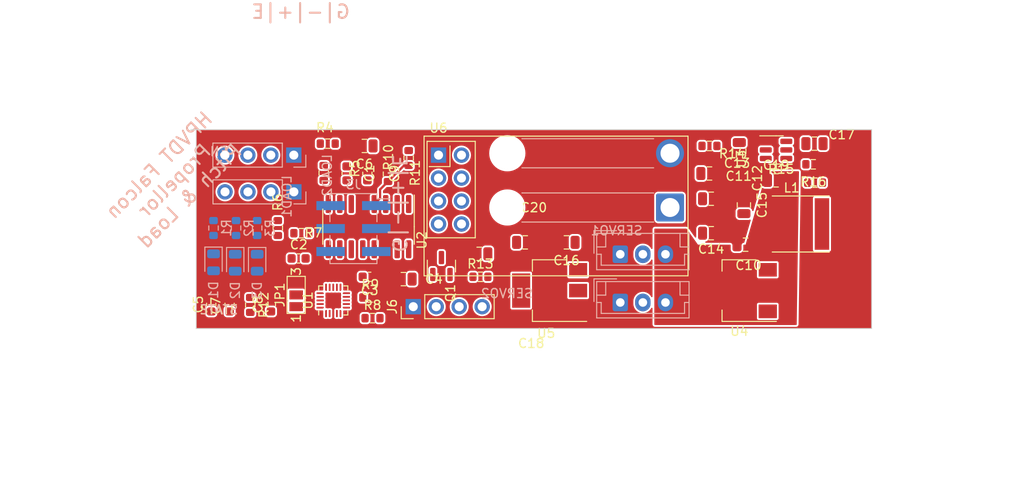
<source format=kicad_pcb>
(kicad_pcb (version 20221018) (generator pcbnew)
  (title_block (title "Propellor Pitch and Monitor") (date "2023-06-28") (rev "1") (company "HPVDT"))
  (layers (0 "F.Cu" signal) (31 "B.Cu" signal) (34 "B.Paste" user) (35 "F.Paste" user) (36 "B.SilkS" user "B.Silkscreen") (37 "F.SilkS" user "F.Silkscreen") (38 "B.Mask" user) (39 "F.Mask" user) (44 "Edge.Cuts" user))
  (net 0 "")
  (net 1 "+BATT")
  (net 2 "GND")
  (net 3 "+5V")
  (net 4 "/BATT_{SCALED}")
  (net 5 "/~{RESET}")
  (net 6 "/INB-")
  (net 7 "/INB+")
  (net 8 "/INA-")
  (net 9 "/INA+")
  (net 10 "/SW")
  (net 11 "/BST")
  (net 12 "/VFB")
  (net 13 "+3.3VA")
  (net 14 "Net-(D1-K)")
  (net 15 "/LED_{1}")
  (net 16 "Net-(D2-K)")
  (net 17 "/LED_{2}")
  (net 18 "Net-(D3-K)")
  (net 19 "/LED_{3}")
  (net 20 "/MISO")
  (net 21 "/SCK")
  (net 22 "/MOSI")
  (net 23 "/S-_{LC1}")
  (net 24 "/S+_{LC1}")
  (net 25 "/S-_{LC2}")
  (net 26 "/S+_{LC2}")
  (net 27 "/SERVO_{1}")
  (net 28 "/SERVO_{2}")
  (net 29 "/BASE")
  (net 30 "/FB_{VA}")
  (net 31 "/EN")
  (net 32 "+3V3")
  (net 33 "/~{CS}_{nRF}")
  (net 34 "/DOUT_{AMP}")
  (net 35 "/SCK_{AMP}")
  (net 36 "/CE_{nRF}")
  (net 37 "/INT_{nRF}")
  (net 38 "Net-(U2-VBG)")
  (net 42 "/ADDRESS")
  (net 44 "/RX")
  (net 45 "/TX")
  (footprint "Capacitor_SMD:C_0805_2012Metric" (layer "F.Cu") (at 141.412 111.506)
    (fp_text reference "C10" (at 0.32 2.286) (layer "F.SilkS"))
    (fp_text value "22uF")
    (fp_line (start -0.261252 -0.735) (end 0.261252 -0.735) (stroke (width 0.12)) (layer "F.SilkS"))
    (fp_line (start -0.261252 0.735) (end 0.261252 0.735) (stroke (width 0.12)) (layer "F.SilkS"))
    (pad "1" smd roundrect (at -0.95 0) (size 1 1.45) (layers "F.Cu" "F.Paste" "F.Mask") (net 2 "GND"))
    (pad "2" smd roundrect (at 0.95 0) (size 1 1.45) (layers "F.Cu" "F.Paste" "F.Mask") (net 3 "+5V"))
  )
  (footprint "Capacitor_SMD:C_0805_2012Metric" (layer "F.Cu") (at 137.602 106.426 180)
    (fp_text reference "C11" (at -3.05 2.5) (layer "F.SilkS"))
    (fp_text value "22uF")
    (fp_line (start -0.261252 -0.735) (end 0.261252 -0.735) (stroke (width 0.12)) (layer "F.SilkS"))
    (fp_line (start -0.261252 0.735) (end 0.261252 0.735) (stroke (width 0.12)) (layer "F.SilkS"))
    (pad "1" smd roundrect (at -0.95 0 180) (size 1 1.45) (layers "F.Cu" "F.Paste" "F.Mask") (net 2 "GND"))
    (pad "2" smd roundrect (at 0.95 0 180) (size 1 1.45) (layers "F.Cu" "F.Paste" "F.Mask") (net 1 "+BATT"))
  )
  (footprint "Capacitor_SMD:C_0805_2012Metric" (layer "F.Cu") (at 140.716 101.158 90)
    (fp_text reference "C12" (at -3 2 90) (layer "F.SilkS"))
    (fp_text value "22uF")
    (fp_line (start -0.261252 -0.735) (end 0.261252 -0.735) (stroke (width 0.12)) (layer "F.SilkS"))
    (fp_line (start -0.261252 0.735) (end 0.261252 0.735) (stroke (width 0.12)) (layer "F.SilkS"))
    (pad "1" smd roundrect (at -0.95 0 90) (size 1 1.45) (layers "F.Cu" "F.Paste" "F.Mask") (net 2 "GND"))
    (pad "2" smd roundrect (at 0.95 0 90) (size 1 1.45) (layers "F.Cu" "F.Paste" "F.Mask") (net 3 "+5V"))
  )
  (footprint "Capacitor_SMD:C_0603_1608Metric" (layer "F.Cu") (at 84.328 118.123 90)
    (fp_text reference "C7" (at -0.14058 -1.522 90) (layer "F.SilkS"))
    (fp_text value "10n")
    (fp_line (start -0.14058 -0.51) (end 0.14058 -0.51) (stroke (width 0.12)) (layer "F.SilkS"))
    (fp_line (start -0.14058 0.51) (end 0.14058 0.51) (stroke (width 0.12)) (layer "F.SilkS"))
    (pad "1" smd roundrect (at -0.775 0 90) (size 0.9 0.95) (layers "F.Cu" "F.Paste" "F.Mask") (net 3 "+5V"))
    (pad "2" smd roundrect (at 0.775 0 90) (size 0.9 0.95) (layers "F.Cu" "F.Paste" "F.Mask") (net 2 "GND"))
  )
  (footprint "Resistor_SMD:R_0603_1608Metric" (layer "F.Cu") (at 104.14 101.917 -90)
    (fp_text reference "R10" (at -0.075 2.242 -270) (layer "F.SilkS"))
    (fp_text value "20k")
    (fp_line (start -0.237258 -0.5225) (end 0.237258 -0.5225) (stroke (width 0.12)) (layer "F.SilkS"))
    (fp_line (start -0.237258 0.5225) (end 0.237258 0.5225) (stroke (width 0.12)) (layer "F.SilkS"))
    (pad "1" smd roundrect (at -0.825 0 270) (size 0.8 0.95) (layers "F.Cu" "F.Paste" "F.Mask") (net 13 "+3.3VA"))
    (pad "2" smd roundrect (at 0.825 0 270) (size 0.8 0.95) (layers "F.Cu" "F.Paste" "F.Mask") (net 30 "/FB_{VA}"))
  )
  (footprint "Capacitor_SMD:C_0805_2012Metric" (layer "F.Cu") (at 137.414 103.632 180)
    (fp_text reference "C13" (at -3.05 1.146) (layer "F.SilkS"))
    (fp_text value "22uF")
    (fp_line (start -0.261252 -0.735) (end 0.261252 -0.735) (stroke (width 0.12)) (layer "F.SilkS"))
    (fp_line (start -0.261252 0.735) (end 0.261252 0.735) (stroke (width 0.12)) (layer "F.SilkS"))
    (pad "1" smd roundrect (at -0.95 0 180) (size 1 1.45) (layers "F.Cu" "F.Paste" "F.Mask") (net 2 "GND"))
    (pad "2" smd roundrect (at 0.95 0 180) (size 1 1.45) (layers "F.Cu" "F.Paste" "F.Mask") (net 1 "+BATT"))
  )
  (footprint "Capacitor_SMD:C_0805_2012Metric" (layer "F.Cu") (at 117.028 111.252 180)
    (fp_text reference "C20" (at -0.9675 3.845749) (layer "F.SilkS"))
    (fp_text value "22uF")
    (fp_line (start -0.261252 -0.735) (end 0.261252 -0.735) (stroke (width 0.12)) (layer "F.SilkS"))
    (fp_line (start -0.261252 0.735) (end 0.261252 0.735) (stroke (width 0.12)) (layer "F.SilkS"))
    (pad "1" smd roundrect (at -0.95 0 180) (size 1 1.45) (layers "F.Cu" "F.Paste" "F.Mask") (net 2 "GND"))
    (pad "2" smd roundrect (at 0.95 0 180) (size 1 1.45) (layers "F.Cu" "F.Paste" "F.Mask") (net 32 "+3V3"))
  )
  (footprint "Resistor_SMD:R_0603_1608Metric" (layer "F.Cu") (at 92.265 110.236)
    (fp_text reference "R7" (at 1.334 -0.04) (layer "F.SilkS"))
    (fp_text value "100")
    (fp_line (start -0.237258 -0.5225) (end 0.237258 -0.5225) (stroke (width 0.12)) (layer "F.SilkS"))
    (fp_line (start -0.237258 0.5225) (end 0.237258 0.5225) (stroke (width 0.12)) (layer "F.SilkS"))
    (pad "1" smd roundrect (at -0.825 0) (size 0.8 0.95) (layers "F.Cu" "F.Paste" "F.Mask") (net 25 "/S-_{LC2}"))
    (pad "2" smd roundrect (at 0.825 0) (size 0.8 0.95) (layers "F.Cu" "F.Paste" "F.Mask") (net 6 "/INB-"))
  )
  (footprint "Capacitor_SMD:C_0805_2012Metric" (layer "F.Cu") (at 103.566 115.316)
    (fp_text reference "C4" (at 3.365 0) (layer "F.SilkS"))
    (fp_text value "10u")
    (fp_line (start -0.261252 -0.735) (end 0.261252 -0.735) (stroke (width 0.12)) (layer "F.SilkS"))
    (fp_line (start -0.261252 0.735) (end 0.261252 0.735) (stroke (width 0.12)) (layer "F.SilkS"))
    (pad "1" smd roundrect (at -0.95 0) (size 1 1.45) (layers "F.Cu" "F.Paste" "F.Mask") (net 2 "GND"))
    (pad "2" smd roundrect (at 0.95 0) (size 1 1.45) (layers "F.Cu" "F.Paste" "F.Mask") (net 3 "+5V"))
  )
  (footprint "Jumper:SolderJumper-3_P1.3mm_Open_Pad1.0x1.5mm_NumberLabels" (layer "F.Cu") (at 91.694 117.064 90)
    (fp_text reference "JP1" (at 0 -1.8 90) (layer "F.SilkS"))
    (fp_text value "ADDRESS")
    (fp_text user "1" (at -2.6 0 90) (layer "F.SilkS"))
    (fp_text user "3" (at 2.6 0 90) (layer "F.SilkS"))
    (fp_line (start -2.05 -1) (end 2.05 -1) (stroke (width 0.12)) (layer "F.SilkS"))
    (fp_line (start -2.05 1) (end -2.05 -1) (stroke (width 0.12)) (layer "F.SilkS"))
    (fp_line (start 2.05 -1) (end 2.05 1) (stroke (width 0.12)) (layer "F.SilkS"))
    (fp_line (start 2.05 1) (end -2.05 1) (stroke (width 0.12)) (layer "F.SilkS"))
    (pad "1" smd rect (at -1.3 0 90) (size 1 1.5) (layers "F.Cu" "F.Mask") (net 3 "+5V"))
    (pad "2" smd rect (at 0 0 90) (size 1 1.5) (layers "F.Cu" "F.Mask") (net 42 "/ADDRESS"))
    (pad "3" smd rect (at 1.3 0 90) (size 1 1.5) (layers "F.Cu" "F.Mask") (net 2 "GND"))
  )
  (footprint "Capacitor_SMD:C_0805_2012Metric" (layer "F.Cu") (at 137.602 110.236 180)
    (fp_text reference "C14" (at 0 -1.75) (layer "F.SilkS"))
    (fp_text value "22uF")
    (fp_line (start -0.261252 -0.735) (end 0.261252 -0.735) (stroke (width 0.12)) (layer "F.SilkS"))
    (fp_line (start -0.261252 0.735) (end 0.261252 0.735) (stroke (width 0.12)) (layer "F.SilkS"))
    (pad "1" smd roundrect (at -0.95 0 180) (size 1 1.45) (layers "F.Cu" "F.Paste" "F.Mask") (net 2 "GND"))
    (pad "2" smd roundrect (at 0.95 0 180) (size 1 1.45) (layers "F.Cu" "F.Paste" "F.Mask") (net 1 "+BATT"))
  )
  (footprint "Resistor_SMD:R_0603_1608Metric" (layer "F.Cu") (at 137.414 100.584 180)
    (fp_text reference "R14" (at -2.5 -0.854) (layer "F.SilkS"))
    (fp_text value "10k")
    (fp_line (start -0.237258 -0.5225) (end 0.237258 -0.5225) (stroke (width 0.12)) (layer "F.SilkS"))
    (fp_line (start -0.237258 0.5225) (end 0.237258 0.5225) (stroke (width 0.12)) (layer "F.SilkS"))
    (pad "1" smd roundrect (at -0.825 0 180) (size 0.8 0.95) (layers "F.Cu" "F.Paste" "F.Mask") (net 31 "/EN"))
    (pad "2" smd roundrect (at 0.825 0 180) (size 0.8 0.95) (layers "F.Cu" "F.Paste" "F.Mask") (net 1 "+BATT"))
  )
  (footprint "Capacitor_SMD:C_0805_2012Metric" (layer "F.Cu") (at 149.032 100.33)
    (fp_text reference "C17" (at 3 -1) (layer "F.SilkS"))
    (fp_text value "100n")
    (fp_line (start -0.261252 -0.735) (end 0.261252 -0.735) (stroke (width 0.12)) (layer "F.SilkS"))
    (fp_line (start -0.261252 0.735) (end 0.261252 0.735) (stroke (width 0.12)) (layer "F.SilkS"))
    (pad "1" smd roundrect (at -0.95 0) (size 1 1.45) (layers "F.Cu" "F.Paste" "F.Mask") (net 10 "/SW"))
    (pad "2" smd roundrect (at 0.95 0) (size 1 1.45) (layers "F.Cu" "F.Paste" "F.Mask") (net 11 "/BST"))
  )
  (footprint "Resistor_SMD:R_0603_1608Metric" (layer "F.Cu") (at 89.662 109.665 -90)
    (fp_text reference "R6" (at -2.857 0 90) (layer "F.SilkS"))
    (fp_text value "100")
    (fp_line (start -0.237258 -0.5225) (end 0.237258 -0.5225) (stroke (width 0.12)) (layer "F.SilkS"))
    (fp_line (start -0.237258 0.5225) (end 0.237258 0.5225) (stroke (width 0.12)) (layer "F.SilkS"))
    (pad "1" smd roundrect (at -0.825 0 270) (size 0.8 0.95) (layers "F.Cu" "F.Paste" "F.Mask") (net 26 "/S+_{LC2}"))
    (pad "2" smd roundrect (at 0.825 0 270) (size 0.8 0.95) (layers "F.Cu" "F.Paste" "F.Mask") (net 7 "/INB+"))
  )
  (footprint "Capacitor_SMD:C_0805_2012Metric" (layer "F.Cu") (at 121.6 111.252)
    (fp_text reference "C16" (at 0 2) (layer "F.SilkS"))
    (fp_text value "10u")
    (fp_line (start -0.261252 -0.735) (end 0.261252 -0.735) (stroke (width 0.12)) (layer "F.SilkS"))
    (fp_line (start -0.261252 0.735) (end 0.261252 0.735) (stroke (width 0.12)) (layer "F.SilkS"))
    (pad "1" smd roundrect (at -0.95 0) (size 1 1.45) (layers "F.Cu" "F.Paste" "F.Mask") (net 2 "GND"))
    (pad "2" smd roundrect (at 0.95 0) (size 1 1.45) (layers "F.Cu" "F.Paste" "F.Mask") (net 3 "+5V"))
  )
  (footprint "Package_TO_SOT_SMD:SOT-23" (layer "F.Cu") (at 107.762 113.8705 90)
    (fp_text reference "Q1" (at -3 1 90) (layer "F.SilkS"))
    (fp_text value "MMSS8550")
    (fp_line (start 0 -1.56) (end -1.675 -1.56) (stroke (width 0.12)) (layer "F.SilkS"))
    (fp_line (start 0 -1.56) (end 0.65 -1.56) (stroke (width 0.12)) (layer "F.SilkS"))
    (fp_line (start 0 1.56) (end -0.65 1.56) (stroke (width 0.12)) (layer "F.SilkS"))
    (fp_line (start 0 1.56) (end 0.65 1.56) (stroke (width 0.12)) (layer "F.SilkS"))
    (pad "1" smd roundrect (at -0.9375 -0.95 90) (size 1.475 0.6) (layers "F.Cu" "F.Paste" "F.Mask") (net 29 "/BASE"))
    (pad "2" smd roundrect (at -0.9375 0.95 90) (size 1.475 0.6) (layers "F.Cu" "F.Paste" "F.Mask") (net 3 "+5V"))
    (pad "3" smd roundrect (at 0.9375 0 90) (size 1.475 0.6) (layers "F.Cu" "F.Paste" "F.Mask") (net 13 "+3.3VA"))
  )
  (footprint "Resistor_SMD:R_0603_1608Metric" (layer "F.Cu") (at 100.139 119.634)
    (fp_text reference "R8" (at 0 -1.43) (layer "F.SilkS"))
    (fp_text value "15k")
    (fp_line (start -0.237258 -0.5225) (end 0.237258 -0.5225) (stroke (width 0.12)) (layer "F.SilkS"))
    (fp_line (start -0.237258 0.5225) (end 0.237258 0.5225) (stroke (width 0.12)) (layer "F.SilkS"))
    (pad "1" smd roundrect (at -0.825 0) (size 0.8 0.95) (layers "F.Cu" "F.Paste" "F.Mask") (net 1 "+BATT"))
    (pad "2" smd roundrect (at 0.825 0) (size 0.8 0.95) (layers "F.Cu" "F.Paste" "F.Mask") (net 4 "/BATT_{SCALED}"))
  )
  (footprint "Capacitor_SMD:C_0805_2012Metric" (layer "F.Cu") (at 111.948 112.522)
    (fp_text reference "C18" (at 5.749749 9.906) (layer "F.SilkS"))
    (fp_text value "10u")
    (fp_line (start -0.261252 -0.735) (end 0.261252 -0.735) (stroke (width 0.12)) (layer "F.SilkS"))
    (fp_line (start -0.261252 0.735) (end 0.261252 0.735) (stroke (width 0.12)) (layer "F.SilkS"))
    (pad "1" smd roundrect (at -0.95 0) (size 1 1.45) (layers "F.Cu" "F.Paste" "F.Mask") (net 2 "GND"))
    (pad "2" smd roundrect (at 0.95 0) (size 1 1.45) (layers "F.Cu" "F.Paste" "F.Mask") (net 32 "+3V3"))
  )
  (footprint "Resistor_SMD:R_0603_1608Metric" (layer "F.Cu") (at 101.854 103.695 90)
    (fp_text reference "R11" (at 0.115749 3 90) (layer "F.SilkS"))
    (fp_text value "8.2k")
    (fp_line (start -0.237258 -0.5225) (end 0.237258 -0.5225) (stroke (width 0.12)) (layer "F.SilkS"))
    (fp_line (start -0.237258 0.5225) (end 0.237258 0.5225) (stroke (width 0.12)) (layer "F.SilkS"))
    (pad "1" smd roundrect (at -0.825 0 90) (size 0.8 0.95) (layers "F.Cu" "F.Paste" "F.Mask") (net 30 "/FB_{VA}"))
    (pad "2" smd roundrect (at 0.825 0 90) (size 0.8 0.95) (layers "F.Cu" "F.Paste" "F.Mask") (net 2 "GND"))
  )
  (footprint "Package_TO_SOT_SMD:SOT-223-3_TabPin2" (layer "F.Cu") (at 140.716 116.586 180)
    (fp_text reference "U4" (at 0 -4.5) (layer "F.SilkS"))
    (fp_text value "AZ1117-5.0")
    (fp_line (start -4.1 -3.41) (end 1.91 -3.41) (stroke (width 0.12)) (layer "F.SilkS"))
    (fp_line (start -1.85 3.41) (end 1.91 3.41) (stroke (width 0.12)) (layer "F.SilkS"))
    (fp_line (start 1.91 -3.41) (end 1.91 -2.15) (stroke (width 0.12)) (layer "F.SilkS"))
    (fp_line (start 1.91 3.41) (end 1.91 2.15) (stroke (width 0.12)) (layer "F.SilkS"))
    (pad "1" smd rect (at -3.15 -2.3 180) (size 2 1.5) (layers "F.Cu" "F.Paste" "F.Mask") (net 2 "GND"))
    (pad "2" smd rect (at -3.15 0 180) (size 2 1.5) (layers "F.Cu" "F.Paste" "F.Mask") (net 3 "+5V"))
    (pad "2" smd rect (at 3.15 0 180) (size 2 3.8) (layers "F.Cu" "F.Paste" "F.Mask") (net 3 "+5V"))
    (pad "3" smd rect (at -3.15 2.3 180) (size 2 1.5) (layers "F.Cu" "F.Paste" "F.Mask") (net 1 "+BATT"))
  )
  (footprint "Package_TO_SOT_SMD:SOT-223-3_TabPin2" (layer "F.Cu") (at 119.736 116.586 180)
    (fp_text reference "U5" (at 0.384 -4.726748) (layer "F.SilkS"))
    (fp_text value "AZ1117-3.3")
    (fp_line (start -4.1 -3.41) (end 1.91 -3.41) (stroke (width 0.12)) (layer "F.SilkS"))
    (fp_line (start -1.85 3.41) (end 1.91 3.41) (stroke (width 0.12)) (layer "F.SilkS"))
    (fp_line (start 1.91 -3.41) (end 1.91 -2.15) (stroke (width 0.12)) (layer "F.SilkS"))
    (fp_line (start 1.91 3.41) (end 1.91 2.15) (stroke (width 0.12)) (layer "F.SilkS"))
    (pad "1" smd rect (at -3.15 -2.3 180) (size 2 1.5) (layers "F.Cu" "F.Paste" "F.Mask") (net 2 "GND"))
    (pad "2" smd rect (at -3.15 0 180) (size 2 1.5) (layers "F.Cu" "F.Paste" "F.Mask") (net 32 "+3V3"))
    (pad "2" smd rect (at 3.15 0 180) (size 2 3.8) (layers "F.Cu" "F.Paste" "F.Mask") (net 32 "+3V3"))
    (pad "3" smd rect (at -3.15 2.3 180) (size 2 1.5) (layers "F.Cu" "F.Paste" "F.Mask") (net 3 "+5V"))
  )
  (footprint "Connector_PinHeader_2.54mm:PinHeader_1x04_P2.54mm_Vertical" (layer "F.Cu") (at 104.648 118.364 90)
    (fp_text reference "J6" (at 0 -2.33 90) (layer "F.SilkS"))
    (fp_text value "SERIAL")
    (fp_line (start -1.33 -1.33) (end 0 -1.33) (stroke (width 0.12)) (layer "F.SilkS"))
    (fp_line (start -1.33 0) (end -1.33 -1.33) (stroke (width 0.12)) (layer "F.SilkS"))
    (fp_line (start -1.33 1.27) (end -1.33 8.95) (stroke (width 0.12)) (layer "F.SilkS"))
    (fp_line (start -1.33 1.27) (end 1.33 1.27) (stroke (width 0.12)) (layer "F.SilkS"))
    (fp_line (start -1.33 8.95) (end 1.33 8.95) (stroke (width 0.12)) (layer "F.SilkS"))
    (fp_line (start 1.33 1.27) (end 1.33 8.95) (stroke (width 0.12)) (layer "F.SilkS"))
    (pad "1" thru_hole rect (at 0 0 90) (size 1.7 1.7) (drill 1) (layers "*.Cu" "*.Mask") (net 2 "GND"))
    (pad "2" thru_hole oval (at 0 2.54 90) (size 1.7 1.7) (drill 1) (layers "*.Cu" "*.Mask") (net 44 "/RX"))
    (pad "3" thru_hole oval (at 0 5.08 90) (size 1.7 1.7) (drill 1) (layers "*.Cu" "*.Mask") (net 45 "/TX"))
    (pad "4" thru_hole oval (at 0 7.62 90) (size 1.7 1.7) (drill 1) (layers "*.Cu" "*.Mask") (net 3 "+5V"))
  )
  (footprint "Resistor_SMD:R_0603_1608Metric" (layer "F.Cu") (at 99.885 117.348)
    (fp_text reference "R9" (at 0 -1.43) (layer "F.SilkS"))
    (fp_text value "10k")
    (fp_line (start -0.237258 -0.5225) (end 0.237258 -0.5225) (stroke (width 0.12)) (layer "F.SilkS"))
    (fp_line (start -0.237258 0.5225) (end 0.237258 0.5225) (stroke (width 0.12)) (layer "F.SilkS"))
    (pad "1" smd roundrect (at -0.825 0) (size 0.8 0.95) (layers "F.Cu" "F.Paste" "F.Mask") (net 4 "/BATT_{SCALED}"))
    (pad "2" smd roundrect (at 0.825 0) (size 0.8 0.95) (layers "F.Cu" "F.Paste" "F.Mask") (net 2 "GND"))
  )
  (footprint "Capacitor_SMD:C_0603_1608Metric" (layer "F.Cu") (at 97.282 103.619 90)
    (fp_text reference "C1" (at 0 2.54 90) (layer "F.SilkS"))
    (fp_text value "100n")
    (fp_line (start -0.14058 -0.51) (end 0.14058 -0.51) (stroke (width 0.12)) (layer "F.SilkS"))
    (fp_line (start -0.14058 0.51) (end 0.14058 0.51) (stroke (width 0.12)) (layer "F.SilkS"))
    (pad "1" smd roundrect (at -0.775 0 90) (size 0.9 0.95) (layers "F.Cu" "F.Paste" "F.Mask") (net 8 "/INA-"))
    (pad "2" smd roundrect (at 0.775 0 90) (size 0.9 0.95) (layers "F.Cu" "F.Paste" "F.Mask") (net 9 "/INA+"))
  )
  (footprint "Capacitor_SMD:C_0603_1608Metric" (layer "F.Cu") (at 91.961 113.03 180)
    (fp_text reference "C2" (at -0.013 1.524) (layer "F.SilkS"))
    (fp_text value "100n")
    (fp_line (start -0.14058 -0.51) (end 0.14058 -0.51) (stroke (width 0.12)) (layer "F.SilkS"))
    (fp_line (start -0.14058 0.51) (end 0.14058 0.51) (stroke (width 0.12)) (layer "F.SilkS"))
    (pad "1" smd roundrect (at -0.775 0 180) (size 0.9 0.95) (layers "F.Cu" "F.Paste" "F.Mask") (net 6 "/INB-"))
    (pad "2" smd roundrect (at 0.775 0 180) (size 0.9 0.95) (layers "F.Cu" "F.Paste" "F.Mask") (net 7 "/INB+"))
  )
  (footprint "Resistor_SMD:R_0603_1608Metric" (layer "F.Cu") (at 95.187 100.33)
    (fp_text reference "R4" (at -0.317 -1.778) (layer "F.SilkS"))
    (fp_text value "100")
    (fp_line (start -0.237258 -0.5225) (end 0.237258 -0.5225) (stroke (width 0.12)) (layer "F.SilkS"))
    (fp_line (start -0.237258 0.5225) (end 0.237258 0.5225) (stroke (width 0.12)) (layer "F.SilkS"))
    (pad "1" smd roundrect (at -0.825 0) (size 0.8 0.95) (layers "F.Cu" "F.Paste" "F.Mask") (net 24 "/S+_{LC1}"))
    (pad "2" smd roundrect (at 0.825 0) (size 0.8 0.95) (layers "F.Cu" "F.Paste" "F.Mask") (net 9 "/INA+"))
  )
  (footprint "Capacitor_SMD:C_0805_2012Metric" (layer "F.Cu") (at 99.248 100.584)
    (fp_text reference "C6" (at 0 2) (layer "F.SilkS"))
    (fp_text value "10u")
    (fp_line (start -0.261252 -0.735) (end 0.261252 -0.735) (stroke (width 0.12)) (layer "F.SilkS"))
    (fp_line (start -0.261252 0.735) (end 0.261252 0.735) (stroke (width 0.12)) (layer "F.SilkS"))
    (pad "1" smd roundrect (at -0.95 0) (size 1 1.45) (layers "F.Cu" "F.Paste" "F.Mask") (net 2 "GND"))
    (pad "2" smd roundrect (at 0.95 0) (size 1 1.45) (layers "F.Cu" "F.Paste" "F.Mask") (net 13 "+3.3VA"))
  )
  (footprint "Capacitor_SMD:C_0603_1608Metric" (layer "F.Cu") (at 82.296 118.123 90)
    (fp_text reference "C5" (at 0 -1.43 90) (layer "F.SilkS"))
    (fp_text value "100n")
    (fp_line (start -0.14058 -0.51) (end 0.14058 -0.51) (stroke (width 0.12)) (layer "F.SilkS"))
    (fp_line (start -0.14058 0.51) (end 0.14058 0.51) (stroke (width 0.12)) (layer "F.SilkS"))
    (pad "1" smd roundrect (at -0.775 0 90) (size 0.9 0.95) (layers "F.Cu" "F.Paste" "F.Mask") (net 3 "+5V"))
    (pad "2" smd roundrect (at 0.775 0 90) (size 0.9 0.95) (layers "F.Cu" "F.Paste" "F.Mask") (net 2 "GND"))
  )
  (footprint "Resistor_SMD:R_0603_1608Metric" (layer "F.Cu") (at 112.077 115.062)
    (fp_text reference "R13" (at 0 -1.43) (layer "F.SilkS"))
    (fp_text value "10k")
    (fp_line (start -0.237258 -0.5225) (end 0.237258 -0.5225) (stroke (width 0.12)) (layer "F.SilkS"))
    (fp_line (start -0.237258 0.5225) (end 0.237258 0.5225) (stroke (width 0.12)) (layer "F.SilkS"))
    (pad "1" smd roundrect (at -0.825 0) (size 0.8 0.95) (layers "F.Cu" "F.Paste" "F.Mask") (net 3 "+5V"))
    (pad "2" smd roundrect (at 0.825 0) (size 0.8 0.95) (layers "F.Cu" "F.Paste" "F.Mask") (net 33 "/~{CS}_{nRF}"))
  )
  (footprint "Package_TO_SOT_SMD:TSOT-23-6" (layer "F.Cu") (at 144.78 101.026)
    (fp_text reference "U3" (at -3.837252 0.992 -90) (layer "F.SilkS"))
    (fp_text value "TPS563208DDCR")
    (fp_line (start 0 -1.56) (end -1.8 -1.56) (stroke (width 0.12)) (layer "F.SilkS"))
    (fp_line (start 0 -1.56) (end 0.8 -1.56) (stroke (width 0.12)) (layer "F.SilkS"))
    (fp_line (start 0 1.56) (end -0.8 1.56) (stroke (width 0.12)) (layer "F.SilkS"))
    (fp_line (start 0 1.56) (end 0.8 1.56) (stroke (width 0.12)) (layer "F.SilkS"))
    (pad "1" smd roundrect (at -1.1375 -0.95) (size 1.325 0.6) (layers "F.Cu" "F.Paste" "F.Mask") (net 2 "GND"))
    (pad "2" smd roundrect (at -1.1375 0) (size 1.325 0.6) (layers "F.Cu" "F.Paste" "F.Mask") (net 10 "/SW"))
    (pad "3" smd roundrect (at -1.1375 0.95) (size 1.325 0.6) (layers "F.Cu" "F.Paste" "F.Mask") (net 1 "+BATT"))
    (pad "4" smd roundrect (at 1.1375 0.95) (size 1.325 0.6) (layers "F.Cu" "F.Paste" "F.Mask") (net 12 "/VFB"))
    (pad "5" smd roundrect (at 1.1375 0) (size 1.325 0.6) (layers "F.Cu" "F.Paste" "F.Mask") (net 31 "/EN"))
    (pad "6" smd roundrect (at 1.1375 -0.95) (size 1.325 0.6) (layers "F.Cu" "F.Paste" "F.Mask") (net 11 "/BST"))
  )
  (footprint "Resistor_SMD:R_0603_1608Metric" (layer "F.Cu") (at 94.742 103.569 90)
    (fp_text reference "R5" (at 0.476 3.429 270) (layer "F.SilkS"))
    (fp_text value "100")
    (fp_line (start -0.237258 -0.5225) (end 0.237258 -0.5225) (stroke (width 0.12)) (layer "F.SilkS"))
    (fp_line (start -0.237258 0.5225) (end 0.237258 0.5225) (stroke (width 0.12)) (layer "F.SilkS"))
    (pad "1" smd roundrect (at -0.825 0 90) (size 0.8 0.95) (layers "F.Cu" "F.Paste" "F.Mask") (net 23 "/S-_{LC1}"))
    (pad "2" smd roundrect (at 0.825 0 90) (size 0.8 0.95) (layers "F.Cu" "F.Paste" "F.Mask") (net 8 "/INA-"))
  )
  (footprint "Capacitor_SMD:C_0603_1608Metric" (layer "F.Cu") (at 99.568 103.619 -90)
    (fp_text reference "C9" (at 0.025 -3 90) (layer "F.SilkS"))
    (fp_text value "100n")
    (fp_line (start -0.14058 -0.51) (end 0.14058 -0.51) (stroke (width 0.12)) (layer "F.SilkS"))
    (fp_line (start -0.14058 0.51) (end 0.14058 0.51) (stroke (width 0.12)) (layer "F.SilkS"))
    (pad "1" smd roundrect (at -0.775 0 270) (size 0.9 0.95) (layers "F.Cu" "F.Paste" "F.Mask") (net 2 "GND"))
    (pad "2" smd roundrect (at 0.775 0 270) (size 0.9 0.95) (layers "F.Cu" "F.Paste" "F.Mask") (net 38 "Net-(U2-VBG)"))
  )
  (footprint "Capacitor_SMD:C_0805_2012Metric" (layer "F.Cu") (at 141.224 107.122 -90)
    (fp_text reference "C15" (at 0 -2 90) (layer "F.SilkS"))
    (fp_text value "10u")
    (fp_line (start -0.261252 -0.735) (end 0.261252 -0.735) (stroke (width 0.12)) (layer "F.SilkS"))
    (fp_line (start -0.261252 0.735) (end 0.261252 0.735) (stroke (width 0.12)) (layer "F.SilkS"))
    (pad "1" smd roundrect (at -0.95 0 270) (size 1 1.45) (layers "F.Cu" "F.Paste" "F.Mask") (net 2 "GND"))
    (pad "2" smd roundrect (at 0.95 0 270) (size 1 1.45) (layers "F.Cu" "F.Paste" "F.Mask") (net 1 "+BATT"))
  )
  (footprint "Package_DFN_QFN:VQFN-20-1EP_3x3mm_P0.4mm_EP1.7x1.7mm" (layer "F.Cu") (at 95.796 117.676 90)
    (fp_text reference "U1" (at 0 -2.8 90) (layer "F.SilkS"))
    (fp_text value "ATtiny1616-M")
    (fp_line (start -1.61 1.61) (end -1.61 1.16) (stroke (width 0.12)) (layer "F.SilkS"))
    (fp_line (start -1.16 -1.61) (end -1.61 -1.61) (stroke (width 0.12)) (layer "F.SilkS"))
    (fp_line (start -1.16 1.61) (end -1.61 1.61) (stroke (width 0.12)) (layer "F.SilkS"))
    (fp_line (start 1.16 -1.61) (end 1.61 -1.61) (stroke (width 0.12)) (layer "F.SilkS"))
    (fp_line (start 1.16 1.61) (end 1.61 1.61) (stroke (width 0.12)) (layer "F.SilkS"))
    (fp_line (start 1.61 -1.61) (end 1.61 -1.16) (stroke (width 0.12)) (layer "F.SilkS"))
    (fp_line (start 1.61 1.61) (end 1.61 1.16) (stroke (width 0.12)) (layer "F.SilkS"))
    (pad "1" smd custom (at -1.45 -0.8 90) (size 0.143431 0.143431) (layers "F.Cu" "F.Paste" "F.Mask") (net 20 "/MISO") (options (clearance outline) (anchor circle)) (primitives (gr_poly (pts (xy 0.35 0.000711) (xy 0.35 0.05) (xy -0.35 0.05) (xy -0.35 -0.05) (xy 0.299289 -0.05)) (width 0.1) (fill yes))))
    (pad "2" smd roundrect (at -1.45 -0.4 90) (size 0.8 0.2) (layers "F.Cu" "F.Paste" "F.Mask") (net 21 "/SCK"))
    (pad "3" smd roundrect (at -1.45 0 90) (size 0.8 0.2) (layers "F.Cu" "F.Paste" "F.Mask") (net 2 "GND"))
    (pad "4" smd roundrect (at -1.45 0.4 90) (size 0.8 0.2) (layers "F.Cu" "F.Paste" "F.Mask") (net 3 "+5V"))
    (pad "5" smd custom (at -1.45 0.8 90) (size 0.143431 0.143431) (layers "F.Cu" "F.Paste" "F.Mask") (net 33 "/~{CS}_{nRF}") (options (clearance outline) (anchor circle)) (primitives (gr_poly (pts (xy 0.35 -0.000711) (xy 0.299289 0.05) (xy -0.35 0.05) (xy -0.35 -0.05) (xy 0.35 -0.05)) (width 0.1) (fill yes))))
    (pad "6" smd custom (at -0.8 1.45 90) (size 0.143431 0.143431) (layers "F.Cu" "F.Paste" "F.Mask") (net 37 "/INT_{nRF}") (options (clearance outline) (anchor circle)) (primitives (gr_poly (pts (xy 0.05 0.35) (xy -0.05 0.35) (xy -0.05 -0.299289) (xy 0.000711 -0.35) (xy 0.05 -0.35)) (width 0.1) (fill yes))))
    (pad "7" smd roundrect (at -0.4 1.45 90) (size 0.2 0.8) (layers "F.Cu" "F.Paste" "F.Mask") (net 36 "/CE_{nRF}"))
    (pad "8" smd roundrect (at 0 1.45 90) (size 0.2 0.8) (layers "F.Cu" "F.Paste" "F.Mask") (net 4 "/BATT_{SCALED}"))
    (pad "9" smd roundrect (at 0.4 1.45 90) (size 0.2 0.8) (layers "F.Cu" "F.Paste" "F.Mask") (net 19 "/LED_{3}"))
    (pad "10" smd custom (at 0.8 1.45 90) (size 0.143431 0.143431) (layers "F.Cu" "F.Paste" "F.Mask") (net 42 "/ADDRESS") (options (clearance outline) (anchor circle)) (primitives (gr_poly (pts (xy 0.05 -0.299289) (xy 0.05 0.35) (xy -0.05 0.35) (xy -0.05 -0.35) (xy -0.000711 -0.35)) (width 0.1) (fill yes))))
    (pad "11" smd custom (at 1.45 0.8 90) (size 0.143431 0.143431) (layers "F.Cu" "F.Paste" "F.Mask") (net 44 "/RX") (options (clearance outline) (anchor circle)) (primitives (gr_poly (pts (xy 0.35 0.05) (xy -0.299289 0.05) (xy -0.35 -0.000711) (xy -0.35 -0.05) (xy 0.35 -0.05)) (width 0.1) (fill yes))))
    (pad "12" smd roundrect (at 1.45 0.4 90) (size 0.8 0.2) (layers "F.Cu" "F.Paste" "F.Mask") (net 45 "/TX"))
    (pad "13" smd roundrect (at 1.45 0 90) (size 0.8 0.2) (layers "F.Cu" "F.Paste" "F.Mask") (net 17 "/LED_{2}"))
    (pad "14" smd roundrect (at 1.45 -0.4 90) (size 0.8 0.2) (layers "F.Cu" "F.Paste" "F.Mask") (net 15 "/LED_{1}"))
    (pad "15" smd custom (at 1.45 -0.8 90) (size 0.143431 0.143431) (layers "F.Cu" "F.Paste" "F.Mask") (net 34 "/DOUT_{AMP}") (options (clearance outline) (anchor circle)) (primitives (gr_poly (pts (xy 0.35 0.05) (xy -0.35 0.05) (xy -0.35 0.000711) (xy -0.299289 -0.05) (xy 0.35 -0.05)) (width 0.1) (fill yes))))
    (pad "16" smd custom (at 0.8 -1.45 90) (size 0.143431 0.143431) (layers "F.Cu" "F.Paste" "F.Mask") (net 35 "/SCK_{AMP}") (options (clearance outline) (anchor circle)) (primitives (gr_poly (pts (xy 0.05 0.299289) (xy -0.000711 0.35) (xy -0.05 0.35) (xy -0.05 -0.35) (xy 0.05 -0.35)) (width 0.1) (fill yes))))
    (pad "17" smd roundrect (at 0.4 -1.45 90) (size 0.2 0.8) (layers "F.Cu" "F.Paste" "F.Mask") (net 27 "/SERVO_{1}"))
    (pad "18" smd roundrect (at 0 -1.45 90) (size 0.2 0.8) (layers "F.Cu" "F.Paste" "F.Mask") (net 28 "/SERVO_{2}"))
    (pad "19" smd roundrect (at -0.4 -1.45 90) (size 0.2 0.8) (layers "F.Cu" "F.Paste" "F.Mask") (net 5 "/~{RESET}"))
    (pad "20" smd custom (at -0.8 -1.45 90) (size 0.143431 0.143431) (layers "F.Cu" "F.Paste" "F.Mask") (net 22 "/MOSI") (options (clearance outline) (anchor circle)) (primitives (gr_poly (pts (xy 0.05 0.35) (xy 0.000711 0.35) (xy -0.05 0.299289) (xy -0.05 -0.35) (xy 0.05 -0.35)) (width 0.1) (fill yes))))
    (pad "21" smd rect (at 0 0 90) (size 1.7 1.7) (layers "F.Cu" "F.Mask") (net 2 "GND"))
  )
  (footprint "Resistor_SMD:R_0603_1608Metric" (layer "F.Cu") (at 148.907 102.616 180)
    (fp_text reference "R16" (at 0 -1.938) (layer "F.SilkS"))
    (fp_text value "10k")
    (fp_line (start -0.237258 -0.5225) (end 0.237258 -0.5225) (stroke (width 0.12)) (layer "F.SilkS"))
    (fp_line (start -0.237258 0.5225) (end 0.237258 0.5225) (stroke (width 0.12)) (layer "F.SilkS"))
    (pad "1" smd roundrect (at -0.825 0 180) (size 0.8 0.95) (layers "F.Cu" "F.Paste" "F.Mask") (net 2 "GND"))
    (pad "2" smd roundrect (at 0.825 0 180) (size 0.8 0.95) (layers "F.Cu" "F.Paste" "F.Mask") (net 12 "/VFB"))
  )
  (footprint "Resistor_SMD:R_0603_1608Metric" (layer "F.Cu") (at 86.614 118.173 90)
    (fp_text reference "R12" (at 0 1.5 90) (layer "F.SilkS"))
    (fp_text value "10k")
    (fp_line (start -0.237258 -0.5225) (end 0.237258 -0.5225) (stroke (width 0.12)) (layer "F.SilkS"))
    (fp_line (start -0.237258 0.5225) (end 0.237258 0.5225) (stroke (width 0.12)) (layer "F.SilkS"))
    (pad "1" smd roundrect (at -0.825 0 90) (size 0.8 0.95) (layers "F.Cu" "F.Paste" "F.Mask") (net 3 "+5V"))
    (pad "2" smd roundrect (at 0.825 0 90) (size 0.8 0.95) (layers "F.Cu" "F.Paste" "F.Mask") (net 5 "/~{RESET}"))
  )
  (footprint "Inductor_SMD:L_Taiyo-Yuden_NR-60xx" (layer "F.Cu") (at 147.51 109.22)
    (fp_text reference "L1" (at -1 -4) (layer "F.SilkS"))
    (fp_text value "3.3uH")
    (fp_line (start -3.15 -3.1) (end 3.15 -3.1) (stroke (width 0.12)) (layer "F.SilkS"))
    (fp_line (start -3.15 3.1) (end 3.15 3.1) (stroke (width 0.12)) (layer "F.SilkS"))
    (pad "1" smd rect (at -2.35 0) (size 1.6 5.7) (layers "F.Cu" "F.Paste" "F.Mask") (net 3 "+5V"))
    (pad "2" smd rect (at 2.35 0) (size 1.6 5.7) (layers "F.Cu" "F.Paste" "F.Mask") (net 10 "/SW"))
  )
  (footprint "Capacitor_SMD:C_0603_1608Metric" (layer "F.Cu") (at 99.822 115.062)
    (fp_text reference "C3" (at 0 1.5) (layer "F.SilkS"))
    (fp_text value "100n")
    (fp_line (start -0.14058 -0.51) (end 0.14058 -0.51) (stroke (width 0.12)) (layer "F.SilkS"))
    (fp_line (start -0.14058 0.51) (end 0.14058 0.51) (stroke (width 0.12)) (layer "F.SilkS"))
    (pad "1" smd roundrect (at -0.775 0) (size 0.9 0.95) (layers "F.Cu" "F.Paste" "F.Mask") (net 4 "/BATT_{SCALED}"))
    (pad "2" smd roundrect (at 0.775 0) (size 0.9 0.95) (layers "F.Cu" "F.Paste" "F.Mask") (net 2 "GND"))
  )
  (footprint "Capacitor_SMD:C_0805_2012Metric" (layer "F.Cu") (at 144.78 104.394)
    (fp_text reference "C19" (at 0 -1.68) (layer "F.SilkS"))
    (fp_text value "22uF")
    (fp_line (start -0.261252 -0.735) (end 0.261252 -0.735) (stroke (width 0.12)) (layer "F.SilkS"))
    (fp_line (start -0.261252 0.735) (end 0.261252 0.735) (stroke (width 0.12)) (layer "F.SilkS"))
    (pad "1" smd roundrect (at -0.95 0) (size 1 1.45) (layers "F.Cu" "F.Paste" "F.Mask") (net 2 "GND"))
    (pad "2" smd roundrect (at 0.95 0) (size 1 1.45) (layers "F.Cu" "F.Paste" "F.Mask") (net 3 "+5V"))
  )
  (footprint "RF_Module:nRF24L01_Breakout" (layer "F.Cu") (at 107.442 101.6)
    (fp_text reference "U6" (at 0 -3 -360) (layer "F.SilkS"))
    (fp_text value "NRF24L01_Breakout")
    (fp_line (start -1.6 -2.1) (end -1.6 -2.1) (stroke (width 0.12)) (layer "F.SilkS"))
    (fp_line (start -1.6 -2.1) (end 27.6 -2.1) (stroke (width 0.12)) (layer "F.SilkS"))
    (fp_line (start -1.6 13.35) (end -1.6 -2.1) (stroke (width 0.12)) (layer "F.SilkS"))
    (fp_line (start -1.27 -1.524) (end -1.27 -1.524) (stroke (width 0.12)) (layer "F.SilkS"))
    (fp_line (start -1.27 -1.524) (end 4.064 -1.524) (stroke (width 0.12)) (layer "F.SilkS"))
    (fp_line (start -1.27 9.144) (end -1.27 -1.524) (stroke (width 0.12)) (layer "F.SilkS"))
    (fp_line (start -1.27 9.144) (end -1.27 9.144) (stroke (width 0.12)) (layer "F.SilkS"))
    (fp_line (start -1.016 1.27) (end -1.016 1.27) (stroke (width 0.12)) (layer "F.SilkS"))
    (fp_line (start 1.27 -1.016) (end 1.27 1.27) (stroke (width 0.12)) (layer "F.SilkS"))
    (fp_line (start 1.27 1.27) (end -1.016 1.27) (stroke (width 0.12)) (layer "F.SilkS"))
    (fp_line (start 4.064 -1.524) (end 4.064 9.144) (stroke (width 0.12)) (layer "F.SilkS"))
    (fp_line (start 4.064 9.144) (end -1.27 9.144) (stroke (width 0.12)) (layer "F.SilkS"))
    (fp_line (start 27.6 -2.1) (end 27.6 13.35) (stroke (width 0.12)) (layer "F.SilkS"))
    (fp_line (start 27.6 13.35) (end -1.6 13.35) (stroke (width 0.12)) (layer "F.SilkS"))
    (pad "1" thru_hole rect (at 0 0) (size 1.7 1.7) (drill 1) (layers "*.Cu" "*.Mask") (net 2 "GND"))
    (pad "2" thru_hole circle (at 2.54 0) (size 1.7 1.7) (drill 1) (layers "*.Cu" "*.Mask") (net 32 "+3V3"))
    (pad "3" thru_hole circle (at 0 2.54) (size 1.7 1.7) (drill 1) (layers "*.Cu" "*.Mask") (net 36 "/CE_{nRF}"))
    (pad "4" thru_hole circle (at 2.54 2.54) (size 1.7 1.7) (drill 1) (layers "*.Cu" "*.Mask") (net 33 "/~{CS}_{nRF}"))
    (pad "5" thru_hole circle (at 0 5.08) (size 1.7 1.7) (drill 1) (layers "*.Cu" "*.Mask") (net 21 "/SCK"))
    (pad "6" thru_hole circle (at 2.54 5.08) (size 1.7 1.7) (drill 1) (layers "*.Cu" "*.Mask") (net 22 "/MOSI"))
    (pad "7" thru_hole circle (at 0 7.62) (size 1.7 1.7) (drill 1) (layers "*.Cu" "*.Mask") (net 20 "/MISO"))
    (pad "8" thru_hole circle (at 2.54 7.62) (size 1.7 1.7) (drill 1) (layers "*.Cu" "*.Mask") (net 37 "/INT_{nRF}"))
  )
  (footprint "Package_SO:SOP-16_3.9x9.9mm_P1.27mm" (layer "F.Cu") (at 99.695 109.514 -90)
    (fp_text reference "U2" (at 1.5 -5.9 90) (layer "F.SilkS"))
    (fp_text value "HX711")
    (fp_line (start 0 -5.06) (end -3.5 -5.06) (stroke (width 0.12)) (layer "F.SilkS"))
    (fp_line (start 0 -5.06) (end 1.95 -5.06) (stroke (width 0.12)) (layer "F.SilkS"))
    (fp_line (start 0 5.06) (end -1.95 5.06) (stroke (width 0.12)) (layer "F.SilkS"))
    (fp_line (start 0 5.06) (end 1.95 5.06) (stroke (width 0.12)) (layer "F.SilkS"))
    (pad "1" smd roundrect (at -2.5 -4.445 270) (size 2 0.6) (layers "F.Cu" "F.Paste" "F.Mask") (net 3 "+5V"))
    (pad "2" smd roundrect (at -2.5 -3.175 270) (size 2 0.6) (layers "F.Cu" "F.Paste" "F.Mask") (net 29 "/BASE"))
    (pad "3" smd roundrect (at -2.5 -1.905 270) (size 2 0.6) (layers "F.Cu" "F.Paste" "F.Mask") (net 13 "+3.3VA"))
    (pad "4" smd roundrect (at -2.5 -0.635 270) (size 2 0.6) (layers "F.Cu" "F.Paste" "F.Mask") (net 30 "/FB_{VA}"))
    (pad "5" smd roundrect (at -2.5 0.635 270) (size 2 0.6) (layers "F.Cu" "F.Paste" "F.Mask") (net 2 "GND"))
    (pad "6" smd roundrect (at -2.5 1.905 270) (size 2 0.6) (layers "F.Cu" "F.Paste" "F.Mask") (net 38 "Net-(U2-VBG)"))
    (pad "7" smd roundrect (at -2.5 3.175 270) (size 2 0.6) (layers "F.Cu" "F.Paste" "F.Mask") (net 8 "/INA-"))
    (pad "8" smd roundrect (at -2.5 4.445 270) (size 2 0.6) (layers "F.Cu" "F.Paste" "F.Mask") (net 9 "/INA+"))
    (pad "9" smd roundrect (at 2.5 4.445 270) (size 2 0.6) (layers "F.Cu" "F.Paste" "F.Mask") (net 6 "/INB-"))
    (pad "10" smd roundrect (at 2.5 3.175 270) (size 2 0.6) (layers "F.Cu" "F.Paste" "F.Mask") (net 7 "/INB+"))
    (pad "11" smd roundrect (at 2.5 1.905 270) (size 2 0.6) (layers "F.Cu" "F.Paste" "F.Mask") (net 35 "/SCK_{AMP}"))
    (pad "12" smd roundrect (at 2.5 0.635 270) (size 2 0.6) (layers "F.Cu" "F.Paste" "F.Mask") (net 34 "/DOUT_{AMP}"))
    (pad "13" smd roundrect (at 2.5 -0.635 270) (size 2 0.6) (layers "F.Cu" "F.Paste" "F.Mask"))
    (pad "14" smd roundrect (at 2.5 -1.905 270) (size 2 0.6) (layers "F.Cu" "F.Paste" "F.Mask") (net 2 "GND"))
    (pad "15" smd roundrect (at 2.5 -3.175 270) (size 2 0.6) (layers "F.Cu" "F.Paste" "F.Mask") (net 3 "+5V"))
    (pad "16" smd roundrect (at 2.5 -4.445 270) (size 2 0.6) (layers "F.Cu" "F.Paste" "F.Mask") (net 3 "+5V"))
  )
  (footprint "Capacitor_SMD:C_0603_1608Metric" (layer "F.Cu") (at 88.9 118.123 90)
    (fp_text reference "C8" (at 0 -1.43 90) (layer "F.SilkS"))
    (fp_text value "100n")
    (fp_line (start -0.14058 -0.51) (end 0.14058 -0.51) (stroke (width 0.12)) (layer "F.SilkS"))
    (fp_line (start -0.14058 0.51) (end 0.14058 0.51) (stroke (width 0.12)) (layer "F.SilkS"))
    (pad "1" smd roundrect (at -0.775 0 90) (size 0.9 0.95) (layers "F.Cu" "F.Paste" "F.Mask") (net 3 "+5V"))
    (pad "2" smd roundrect (at 0.775 0 90) (size 0.9 0.95) (layers "F.Cu" "F.Paste" "F.Mask") (net 2 "GND"))
  )
  (footprint "Resistor_SMD:R_0603_1608Metric" (layer "F.Cu") (at 149.098 104.648)
    (fp_text reference "R15" (at -3.753498 -1.5) (layer "F.SilkS"))
    (fp_text value "54.9k")
    (fp_line (start -0.237258 -0.5225) (end 0.237258 -0.5225) (stroke (width 0.12)) (layer "F.SilkS"))
    (fp_line (start -0.237258 0.5225) (end 0.237258 0.5225) (stroke (width 0.12)) (layer "F.SilkS"))
    (pad "1" smd roundrect (at -0.825 0) (size 0.8 0.95) (layers "F.Cu" "F.Paste" "F.Mask") (net 3 "+5V"))
    (pad "2" smd roundrect (at 0.825 0) (size 0.8 0.95) (layers "F.Cu" "F.Paste" "F.Mask") (net 12 "/VFB"))
  )
  (footprint "Connector_PinHeader_2.54mm:PinHeader_2x03_P2.54mm_Vertical_SMD" (layer "B.Cu") (at 98.029 109.728 180)
    (fp_text reference "J3" (at 0 4.87) (layer "B.SilkS") (effects (justify mirror)))
    (fp_text value "AVR-UPDI-6")
    (fp_line (start -4.04 3.3) (end -2.6 3.3) (stroke (width 0.12)) (layer "B.SilkS"))
    (fp_line (start -2.6 -3.87) (end 2.6 -3.87) (stroke (width 0.12)) (layer "B.SilkS"))
    (fp_line (start -2.6 -3.3) (end -2.6 -3.87) (stroke (width 0.12)) (layer "B.SilkS"))
    (fp_line (start -2.6 -0.76) (end -2.6 -1.78) (stroke (width 0.12)) (layer "B.SilkS"))
    (fp_line (start -2.6 1.78) (end -2.6 0.76) (stroke (width 0.12)) (layer "B.SilkS"))
    (fp_line (start -2.6 3.87) (end -2.6 3.3) (stroke (width 0.12)) (layer "B.SilkS"))
    (fp_line (start -2.6 3.87) (end 2.6 3.87) (stroke (width 0.12)) (layer "B.SilkS"))
    (fp_line (start 2.6 -3.3) (end 2.6 -3.87) (stroke (width 0.12)) (layer "B.SilkS"))
    (fp_line (start 2.6 -0.76) (end 2.6 -1.78) (stroke (width 0.12)) (layer "B.SilkS"))
    (fp_line (start 2.6 1.78) (end 2.6 0.76) (stroke (width 0.12)) (layer "B.SilkS"))
    (fp_line (start 2.6 3.87) (end 2.6 3.3) (stroke (width 0.12)) (layer "B.SilkS"))
    (pad "1" smd rect (at -2.525 2.54 180) (size 3.15 1) (layers "B.Cu" "B.Paste" "B.Mask") (net 5 "/~{RESET}"))
    (pad "2" smd rect (at 2.525 2.54 180) (size 3.15 1) (layers "B.Cu" "B.Paste" "B.Mask") (net 3 "+5V"))
    (pad "3" smd rect (at -2.525 0 180) (size 3.15 1) (layers "B.Cu" "B.Paste" "B.Mask"))
    (pad "4" smd rect (at 2.525 0 180) (size 3.15 1) (layers "B.Cu" "B.Paste" "B.Mask"))
    (pad "5" smd rect (at -2.525 -2.54 180) (size 3.15 1) (layers "B.Cu" "B.Paste" "B.Mask"))
    (pad "6" smd rect (at 2.525 -2.54 180) (size 3.15 1) (layers "B.Cu" "B.Paste" "B.Mask") (net 2 "GND"))
  )
  (footprint "Connector_PinHeader_2.54mm:PinHeader_1x04_P2.54mm_Vertical" (layer "B.Cu") (at 91.43 101.6 90)
    (fp_text reference "J1" hide)
    (fp_text value "LOAD1" (at -4.572 -0.762 90) (layer "B.SilkS") (effects (justify mirror)))
    (fp_line (start -1.33 -8.95) (end 1.33 -8.95) (stroke (width 0.12)) (layer "B.SilkS"))
    (fp_line (start -1.33 -1.27) (end -1.33 -8.95) (stroke (width 0.12)) (layer "B.SilkS"))
    (fp_line (start -1.33 -1.27) (end 1.33 -1.27) (stroke (width 0.12)) (layer "B.SilkS"))
    (fp_line (start -1.33 0) (end -1.33 1.33) (stroke (width 0.12)) (layer "B.SilkS"))
    (fp_line (start -1.33 1.33) (end 0 1.33) (stroke (width 0.12)) (layer "B.SilkS"))
    (fp_line (start 1.33 -1.27) (end 1.33 -8.95) (stroke (width 0.12)) (layer "B.SilkS"))
    (pad "1" thru_hole rect (at 0 0 90) (size 1.7 1.7) (drill 1) (layers "*.Cu" "*.Mask") (net 2 "GND"))
    (pad "2" thru_hole oval (at 0 -2.54 90) (size 1.7 1.7) (drill 1) (layers "*.Cu" "*.Mask") (net 23 "/S-_{LC1}"))
    (pad "3" thru_hole oval (at 0 -5.08 90) (size 1.7 1.7) (drill 1) (layers "*.Cu" "*.Mask") (net 24 "/S+_{LC1}"))
    (pad "4" thru_hole oval (at 0 -7.62 90) (size 1.7 1.7) (drill 1) (layers "*.Cu" "*.Mask") (net 13 "+3.3VA"))
  )
  (footprint "Connector_PinHeader_2.54mm:PinHeader_1x04_P2.54mm_Vertical" (layer "B.Cu") (at 91.44 105.664 90)
    (fp_text reference "J2" hide)
    (fp_text value "LOAD2" (at 1.831 3.683 90) (layer "B.SilkS") (effects (justify mirror)))
    (fp_line (start -1.33 -8.95) (end 1.33 -8.95) (stroke (width 0.12)) (layer "B.SilkS"))
    (fp_line (start -1.33 -1.27) (end -1.33 -8.95) (stroke (width 0.12)) (layer "B.SilkS"))
    (fp_line (start -1.33 -1.27) (end 1.33 -1.27) (stroke (width 0.12)) (layer "B.SilkS"))
    (fp_line (start -1.33 0) (end -1.33 1.33) (stroke (width 0.12)) (layer "B.SilkS"))
    (fp_line (start -1.33 1.33) (end 0 1.33) (stroke (width 0.12)) (layer "B.SilkS"))
    (fp_line (start 1.33 -1.27) (end 1.33 -8.95) (stroke (width 0.12)) (layer "B.SilkS"))
    (pad "1" thru_hole rect (at 0 0 90) (size 1.7 1.7) (drill 1) (layers "*.Cu" "*.Mask") (net 2 "GND"))
    (pad "2" thru_hole oval (at 0 -2.54 90) (size 1.7 1.7) (drill 1) (layers "*.Cu" "*.Mask") (net 25 "/S-_{LC2}"))
    (pad "3" thru_hole oval (at 0 -5.08 90) (size 1.7 1.7) (drill 1) (layers "*.Cu" "*.Mask") (net 26 "/S+_{LC2}"))
    (pad "4" thru_hole oval (at 0 -7.62 90) (size 1.7 1.7) (drill 1) (layers "*.Cu" "*.Mask") (net 13 "+3.3VA"))
  )
  (footprint "Connector_Wire:SolderWire-1.5sqmm_1x02_P6mm_D1.7mm_OD3mm_Relief" (layer "B.Cu") (at 133.052 107.394 90)
    (fp_text reference "BT1" hide)
    (fp_text value "Battery")
    (fp_line (start -1.61 -1.81) (end -1.61 -16.39) (stroke (width 0.12)) (layer "B.SilkS"))
    (fp_line (start 1.61 -1.81) (end 1.61 -16.39) (stroke (width 0.12)) (layer "B.SilkS"))
    (fp_line (start 4.39 -1.81) (end 4.39 -16.39) (stroke (width 0.12)) (layer "B.SilkS"))
    (fp_line (start 7.61 -1.81) (end 7.61 -16.39) (stroke (width 0.12)) (layer "B.SilkS"))
    (pad "" np_thru_hole circle (at 0 -18 90) (size 3.5 3.5) (drill 3.5) (layers "*.Cu" "*.Mask"))
    (pad "" np_thru_hole circle (at 6 -18 90) (size 3.5 3.5) (drill 3.5) (layers "*.Cu" "*.Mask"))
    (pad "1" thru_hole roundrect (at 0 0 90) (size 3.1 3.1) (drill 2.1) (layers "*.Cu" "*.Mask") (roundrect_rratio 0.08064483871) (net 1 "+BATT"))
    (pad "2" thru_hole circle (at 6 0 90) (size 3.1 3.1) (drill 2.1) (layers "*.Cu" "*.Mask") (net 2 "GND"))
  )
  (footprint "LED_SMD:LED_0805_2012Metric" (layer "B.Cu") (at 82.55 113.4595 -90)
    (fp_text reference "D1" (at 3.0625 0 90) (layer "B.SilkS") (effects (justify mirror)))
    (fp_text value "LED")
    (fp_line (start -1.685 -0.96) (end 1 -0.96) (stroke (width 0.12)) (layer "B.SilkS"))
    (fp_line (start -1.685 0.96) (end -1.685 -0.96) (stroke (width 0.12)) (layer "B.SilkS"))
    (fp_line (start 1 0.96) (end -1.685 0.96) (stroke (width 0.12)) (layer "B.SilkS"))
    (pad "1" smd roundrect (at -0.9375 0 270) (size 0.975 1.4) (layers "B.Cu" "B.Paste" "B.Mask") (net 14 "Net-(D1-K)"))
    (pad "2" smd roundrect (at 0.9375 0 270) (size 0.975 1.4) (layers "B.Cu" "B.Paste" "B.Mask") (net 15 "/LED_{1}"))
  )
  (footprint "LED_SMD:LED_0805_2012Metric" (layer "B.Cu") (at 84.951699 113.501498 -90)
    (fp_text reference "D2" (at 3.0625 0 90) (layer "B.SilkS") (effects (justify mirror)))
    (fp_text value "LED")
    (fp_line (start -1.685 -0.96) (end 1 -0.96) (stroke (width 0.12)) (layer "B.SilkS"))
    (fp_line (start -1.685 0.96) (end -1.685 -0.96) (stroke (width 0.12)) (layer "B.SilkS"))
    (fp_line (start 1 0.96) (end -1.685 0.96) (stroke (width 0.12)) (layer "B.SilkS"))
    (pad "1" smd roundrect (at -0.9375 0 270) (size 0.975 1.4) (layers "B.Cu" "B.Paste" "B.Mask") (net 16 "Net-(D2-K)"))
    (pad "2" smd roundrect (at 0.9375 0 270) (size 0.975 1.4) (layers "B.Cu" "B.Paste" "B.Mask") (net 17 "/LED_{2}"))
  )
  (footprint "Connector_JST:JST_EH_B3B-EH-A_1x03_P2.50mm_Vertical" (layer "B.Cu") (at 127.548 112.568)
    (fp_text reference "J5" hide)
    (fp_text value "SERVO1" (at -0.41 -2.61) (layer "B.SilkS") (effects (justify mirror)))
    (fp_line (start -2.91 -2.61) (end -0.41 -2.61) (stroke (width 0.12)) (layer "B.SilkS"))
    (fp_line (start -2.91 -0.11) (end -2.91 -2.61) (stroke (width 0.12)) (layer "B.SilkS"))
    (fp_line (start -2.61 -2.31) (end 7.61 -2.31) (stroke (width 0.12)) (layer "B.SilkS"))
    (fp_line (start -2.61 -0.81) (end -1.61 -0.81) (stroke (width 0.12)) (layer "B.SilkS"))
    (fp_line (start -2.61 0) (end -2.11 0) (stroke (width 0.12)) (layer "B.SilkS"))
    (fp_line (start -2.61 1.71) (end -2.61 -2.31) (stroke (width 0.12)) (layer "B.SilkS"))
    (fp_line (start -2.11 0) (end -2.11 1.21) (stroke (width 0.12)) (layer "B.SilkS"))
    (fp_line (start -2.11 1.21) (end 7.11 1.21) (stroke (width 0.12)) (layer "B.SilkS"))
    (fp_line (start -1.61 -0.81) (end -1.61 -2.31) (stroke (width 0.12)) (layer "B.SilkS"))
    (fp_line (start 6.61 -0.81) (end 6.61 -2.31) (stroke (width 0.12)) (layer "B.SilkS"))
    (fp_line (start 7.11 0) (end 7.61 0) (stroke (width 0.12)) (layer "B.SilkS"))
    (fp_line (start 7.11 1.21) (end 7.11 0) (stroke (width 0.12)) (layer "B.SilkS"))
    (fp_line (start 7.61 -2.31) (end 7.61 1.71) (stroke (width 0.12)) (layer "B.SilkS"))
    (fp_line (start 7.61 -0.81) (end 6.61 -0.81) (stroke (width 0.12)) (layer "B.SilkS"))
    (fp_line (start 7.61 1.71) (end -2.61 1.71) (stroke (width 0.12)) (layer "B.SilkS"))
    (pad "1" thru_hole roundrect (at 0 0) (size 1.7 1.95) (drill 0.95) (layers "*.Cu" "*.Mask") (roundrect_rratio 0.1470588235) (net 2 "GND"))
    (pad "2" thru_hole oval (at 2.5 0) (size 1.7 1.95) (drill 0.95) (layers "*.Cu" "*.Mask") (net 27 "/SERVO_{1}"))
    (pad "3" thru_hole oval (at 5 0) (size 1.7 1.95) (drill 0.95) (layers "*.Cu" "*.Mask") (net 3 "+5V"))
  )
  (footprint "Resistor_SMD:R_0603_1608Metric" (layer "B.Cu") (at 87.376 109.665 90)
    (fp_text reference "R3" (at 0 1.43 90) (layer "B.SilkS") (effects (justify mirror)))
    (fp_text value "430")
    (fp_line (start -0.237258 -0.5225) (end 0.237258 -0.5225) (stroke (width 0.12)) (layer "B.SilkS"))
    (fp_line (start -0.237258 0.5225) (end 0.237258 0.5225) (stroke (width 0.12)) (layer "B.SilkS"))
    (pad "1" smd roundrect (at -0.825 0 90) (size 0.8 0.95) (layers "B.Cu" "B.Paste" "B.Mask") (net 18 "Net-(D3-K)"))
    (pad "2" smd roundrect (at 0.825 0 90) (size 0.8 0.95) (layers "B.Cu" "B.Paste" "B.Mask") (net 2 "GND"))
  )
  (footprint "Resistor_SMD:R_0603_1608Metric" (layer "B.Cu") (at 82.55 109.665 90)
    (fp_text reference "R1" (at 0 1.43 90) (layer "B.SilkS") (effects (justify mirror)))
    (fp_text value "430")
    (fp_line (start -0.237258 -0.5225) (end 0.237258 -0.5225) (stroke (width 0.12)) (layer "B.SilkS"))
    (fp_line (start -0.237258 0.5225) (end 0.237258 0.5225) (stroke (width 0.12)) (layer "B.SilkS"))
    (pad "1" smd roundrect (at -0.825 0 90) (size 0.8 0.95) (layers "B.Cu" "B.Paste" "B.Mask") (net 14 "Net-(D1-K)"))
    (pad "2" smd roundrect (at 0.825 0 90) (size 0.8 0.95) (layers "B.Cu" "B.Paste" "B.Mask") (net 2 "GND"))
  )
  (footprint "Resistor_SMD:R_0603_1608Metric" (layer "B.Cu") (at 85.042 109.665 90)
    (fp_text reference "R2" (at 0 1.43 90) (layer "B.SilkS") (effects (justify mirror)))
    (fp_text value "430")
    (fp_line (start -0.237258 -0.5225) (end 0.237258 -0.5225) (stroke (width 0.12)) (layer "B.SilkS"))
    (fp_line (start -0.237258 0.5225) (end 0.237258 0.5225) (stroke (width 0.12)) (layer "B.SilkS"))
    (pad "1" smd roundrect (at -0.825 0 90) (size 0.8 0.95) (layers "B.Cu" "B.Paste" "B.Mask") (net 16 "Net-(D2-K)"))
    (pad "2" smd roundrect (at 0.825 0 90) (size 0.8 0.95) (layers "B.Cu" "B.Paste" "B.Mask") (net 2 "GND"))
  )
  (footprint "Connector_JST:JST_EH_B3B-EH-A_1x03_P2.50mm_Vertical" (layer "B.Cu") (at 127.548 117.902)
    (fp_text reference "J4")
    (fp_text value "SERVO2" (at -12.548502 -0.997) (layer "B.SilkS") (effects (justify mirror)))
    (fp_line (start -2.91 -2.61) (end -0.41 -2.61) (stroke (width 0.12)) (layer "B.SilkS"))
    (fp_line (start -2.91 -0.11) (end -2.91 -2.61) (stroke (width 0.12)) (layer "B.SilkS"))
    (fp_line (start -2.61 -2.31) (end 7.61 -2.31) (stroke (width 0.12)) (layer "B.SilkS"))
    (fp_line (start -2.61 -0.81) (end -1.61 -0.81) (stroke (width 0.12)) (layer "B.SilkS"))
    (fp_line (start -2.61 0) (end -2.11 0) (stroke (width 0.12)) (layer "B.SilkS"))
    (fp_line (start -2.61 1.71) (end -2.61 -2.31) (stroke (width 0.12)) (layer "B.SilkS"))
    (fp_line (start -2.11 0) (end -2.11 1.21) (stroke (width 0.12)) (layer "B.SilkS"))
    (fp_line (start -2.11 1.21) (end 7.11 1.21) (stroke (width 0.12)) (layer "B.SilkS"))
    (fp_line (start -1.61 -0.81) (end -1.61 -2.31) (stroke (width 0.12)) (layer "B.SilkS"))
    (fp_line (start 6.61 -0.81) (end 6.61 -2.31) (stroke (width 0.12)) (layer "B.SilkS"))
    (fp_line (start 7.11 0) (end 7.61 0) (stroke (width 0.12)) (layer "B.SilkS"))
    (fp_line (start 7.11 1.21) (end 7.11 0) (stroke (width 0.12)) (layer "B.SilkS"))
    (fp_line (start 7.61 -2.31) (end 7.61 1.71) (stroke (width 0.12)) (layer "B.SilkS"))
    (fp_line (start 7.61 -0.81) (end 6.61 -0.81) (stroke (width 0.12)) (layer "B.SilkS"))
    (fp_line (start 7.61 1.71) (end -2.61 1.71) (stroke (width 0.12)) (layer "B.SilkS"))
    (pad "1" thru_hole roundrect (at 0 0) (size 1.7 1.95) (drill 0.95) (layers "*.Cu" "*.Mask") (roundrect_rratio 0.1470588235) (net 2 "GND"))
    (pad "2" thru_hole oval (at 2.5 0) (size 1.7 1.95) (drill 0.95) (layers "*.Cu" "*.Mask") (net 28 "/SERVO_{2}"))
    (pad "3" thru_hole oval (at 5 0) (size 1.7 1.95) (drill 0.95) (layers "*.Cu" "*.Mask") (net 3 "+5V"))
  )
  (footprint "LED_SMD:LED_0805_2012Metric" (layer "B.Cu") (at 87.376 113.501498 -90)
    (fp_text reference "D3" (at 3.0625 0 90) (layer "B.SilkS") (effects (justify mirror)))
    (fp_text value "LED")
    (fp_line (start -1.685 -0.96) (end 1 -0.96) (stroke (width 0.12)) (layer "B.SilkS"))
    (fp_line (start -1.685 0.96) (end -1.685 -0.96) (stroke (width 0.12)) (layer "B.SilkS"))
    (fp_line (start 1 0.96) (end -1.685 0.96) (stroke (width 0.12)) (layer "B.SilkS"))
    (pad "1" smd roundrect (at -0.9375 0 270) (size 0.975 1.4) (layers "B.Cu" "B.Paste" "B.Mask") (net 18 "Net-(D3-K)"))
    (pad "2" smd roundrect (at 0.9375 0 270) (size 0.975 1.4) (layers "B.Cu" "B.Paste" "B.Mask") (net 19 "/LED_{3}"))
  )
  (gr_line (start 80.634251 120.7825) (end 155.355749 120.7825) (stroke (width 0.1)) (layer "Edge.Cuts"))
  (gr_line (start 80.634251 98.7825) (end 80.634251 120.7825) (stroke (width 0.1)) (layer "Edge.Cuts"))
  (gr_line (start 155.355749 120.7825) (end 155.355749 98.7825) (stroke (width 0.1)) (layer "Edge.Cuts"))
  (gr_line (start 155.355749 98.7825) (end 80.034 98.7825) (stroke (width 0.1)) (layer "Edge.Cuts"))
  (gr_text "EN" (at 83.134251 101.7825) (layer "B.SilkS") (effects (font (size 1 1)) (justify bottom mirror)))
  (gr_text "HPVDT Falcon\nPropellor\nPitch & Load" (at 80.542 106.74 45) (layer "B.SilkS") (effects (font (size 1.5 1.5) (thickness 0.225)) (justify bottom mirror)))
  (gr_text "G|-|+|E" (at 92.202 86.614) (layer "B.SilkS") (effects (font (size 1.5 1.5) (thickness 0.225)) (justify bottom mirror)))
  (gr_text "G|-|+|E" (at 102.219 106.9305 -90) (layer "B.SilkS") (effects (font (size 1.5 1.5) (thickness 0.225)) (justify bottom mirror)))
  (gr_text "STATE" (at 83.134251 119.2825) (layer "B.SilkS") (effects (font (size 1 1)) (justify bottom mirror)))
  (gr_text "STATE" (at 83.134251 119.2825) (layer "F.SilkS") (effects (font (size 1 1)) (justify bottom)))
  (segment (start 100.975 106.369) (end 100.33 107.014) (width 0.25) (layer "F.Cu") (net 30))
  (segment (start 104.14 102.742) (end 103.632 102.742) (width 0.25) (layer "F.Cu") (net 30))
  (segment (start 103.632 102.742) (end 101.854 104.52) (width 0.25) (layer "F.Cu") (net 30))
  (segment (start 101.854 104.52) (end 100.975 105.399) (width 0.25) (layer "F.Cu") (net 30))
  (segment (start 100.975 105.399) (end 100.975 106.369) (width 0.25) (layer "F.Cu") (net 30))
  (zone (net 3) (net_name "+5V") (layer "F.Cu") (priority 2) (connect_pads yes (clearance 0.15)) (min_thickness 0.15) (fill yes (thermal_gap 0.5) (thermal_bridge_width 0.5))
    (polygon (pts (xy 143.764 103.378) (xy 147.32 103.378) (xy 147.066 120.396) (xy 131.318 120.396) (xy 131.318 109.728) (xy 134.874 109.728) (xy 136.144 111.506) (xy 141.412 111.506)))
  )
  (zone (net 2) (net_name "GND") (layer "F.Cu") (connect_pads yes (clearance 0.15)) (min_thickness 0.15) (fill yes (thermal_gap 0.5) (thermal_bridge_width 0.5))
    (polygon (pts (xy 150.622 132.334) (xy 68.072 138.43) (xy 58.928 89.916) (xy 166.878 88.138) (xy 172.212 132.08)))
  )
)
</source>
